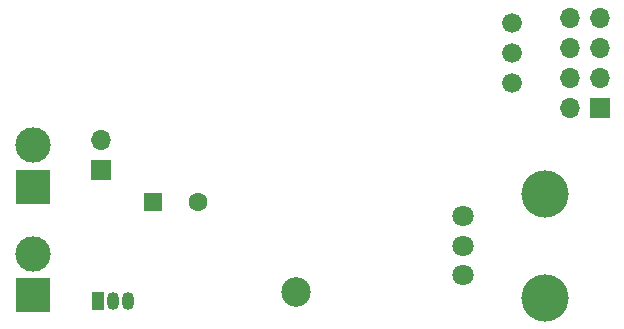
<source format=gbr>
%TF.GenerationSoftware,KiCad,Pcbnew,7.0.8*%
%TF.CreationDate,2024-04-14T20:32:09+02:00*%
%TF.ProjectId,LED_Driver,4c45445f-4472-4697-9665-722e6b696361,rev?*%
%TF.SameCoordinates,Original*%
%TF.FileFunction,Soldermask,Bot*%
%TF.FilePolarity,Negative*%
%FSLAX46Y46*%
G04 Gerber Fmt 4.6, Leading zero omitted, Abs format (unit mm)*
G04 Created by KiCad (PCBNEW 7.0.8) date 2024-04-14 20:32:09*
%MOMM*%
%LPD*%
G01*
G04 APERTURE LIST*
%ADD10C,2.500000*%
%ADD11C,1.676400*%
%ADD12R,1.050000X1.500000*%
%ADD13O,1.050000X1.500000*%
%ADD14R,1.600000X1.600000*%
%ADD15C,1.600000*%
%ADD16R,1.700000X1.700000*%
%ADD17O,1.700000X1.700000*%
%ADD18R,3.000000X3.000000*%
%ADD19C,3.000000*%
%ADD20C,4.000000*%
%ADD21C,1.800000*%
G04 APERTURE END LIST*
D10*
%TO.C,H1*%
X127500000Y-127000000D03*
%TD*%
D11*
%TO.C,SW2*%
X145800000Y-109340000D03*
X145800000Y-106800000D03*
X145800000Y-104260000D03*
%TD*%
D12*
%TO.C,Q2*%
X110730000Y-127760000D03*
D13*
X112000000Y-127760000D03*
X113270000Y-127760000D03*
%TD*%
D14*
%TO.C,C1*%
X115397349Y-119400000D03*
D15*
X119197349Y-119400000D03*
%TD*%
D16*
%TO.C,SW1*%
X111000000Y-116675000D03*
D17*
X111000000Y-114135000D03*
%TD*%
D18*
%TO.C,J1*%
X105200000Y-118100000D03*
D19*
X105200000Y-114600000D03*
%TD*%
D16*
%TO.C,U4*%
X153200000Y-111420000D03*
D17*
X150660000Y-111420000D03*
X153200000Y-108880000D03*
X150660000Y-108880000D03*
X153200000Y-106340000D03*
X150660000Y-106340000D03*
X153200000Y-103800000D03*
X150660000Y-103800000D03*
%TD*%
D19*
%TO.C,J2*%
X105200000Y-123800000D03*
D18*
X105200000Y-127300000D03*
%TD*%
D20*
%TO.C,RV1*%
X148600000Y-118700000D03*
X148600000Y-127500000D03*
D21*
X141600000Y-125600000D03*
X141600000Y-123100000D03*
X141600000Y-120600000D03*
%TD*%
M02*

</source>
